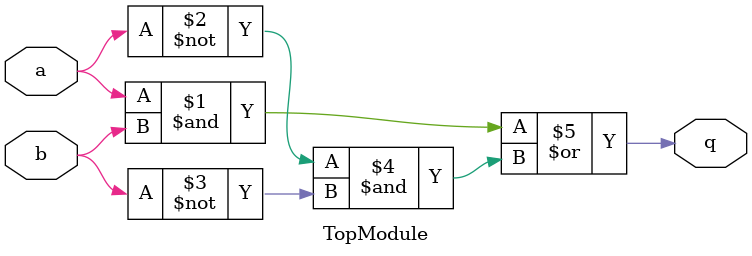
<source format=sv>


module TopModule (
  input a,
  input b,
  output q
);

assign q = (a & b) | (~a & ~b);
endmodule

</source>
